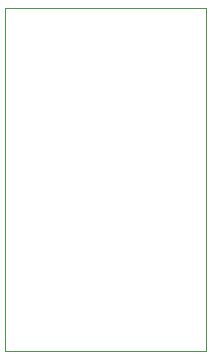
<source format=gm1>
G04 Layer_Color=16711935*
%FSLAX25Y25*%
%MOIN*%
G70*
G01*
G75*
%ADD31C,0.00300*%
D31*
X-11811Y-102362D02*
Y11811D01*
Y-102362D02*
X55118D01*
Y11811D01*
X-11811D02*
X55118D01*
M02*

</source>
